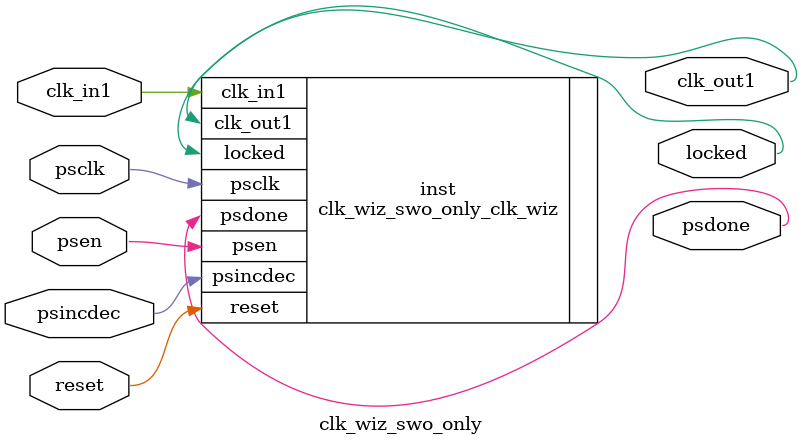
<source format=v>


`timescale 1ps/1ps

(* CORE_GENERATION_INFO = "clk_wiz_swo_only,clk_wiz_v6_0_3_0_0,{component_name=clk_wiz_swo_only,use_phase_alignment=true,use_min_o_jitter=false,use_max_i_jitter=false,use_dyn_phase_shift=true,use_inclk_switchover=false,use_dyn_reconfig=false,enable_axi=0,feedback_source=FDBK_AUTO,PRIMITIVE=MMCM,num_out_clk=1,clkin1_period=10.417,clkin2_period=10.000,use_power_down=false,use_reset=true,use_locked=true,use_inclk_stopped=false,feedback_type=SINGLE,CLOCK_MGR_TYPE=NA,manual_override=false}" *)

module clk_wiz_swo_only 
 (
  // Clock out ports
  output        clk_out1,
  // Dynamic phase shift ports
  input         psclk,
  input         psen,
  input         psincdec,
  output        psdone,
  // Status and control signals
  input         reset,
  output        locked,
 // Clock in ports
  input         clk_in1
 );

  clk_wiz_swo_only_clk_wiz inst
  (
  // Clock out ports  
  .clk_out1(clk_out1),
  // Dynamic phase shift ports                
  .psclk(psclk),
  .psen(psen),
  .psincdec(psincdec),
  .psdone(psdone),
  // Status and control signals               
  .reset(reset), 
  .locked(locked),
 // Clock in ports
  .clk_in1(clk_in1)
  );

endmodule

</source>
